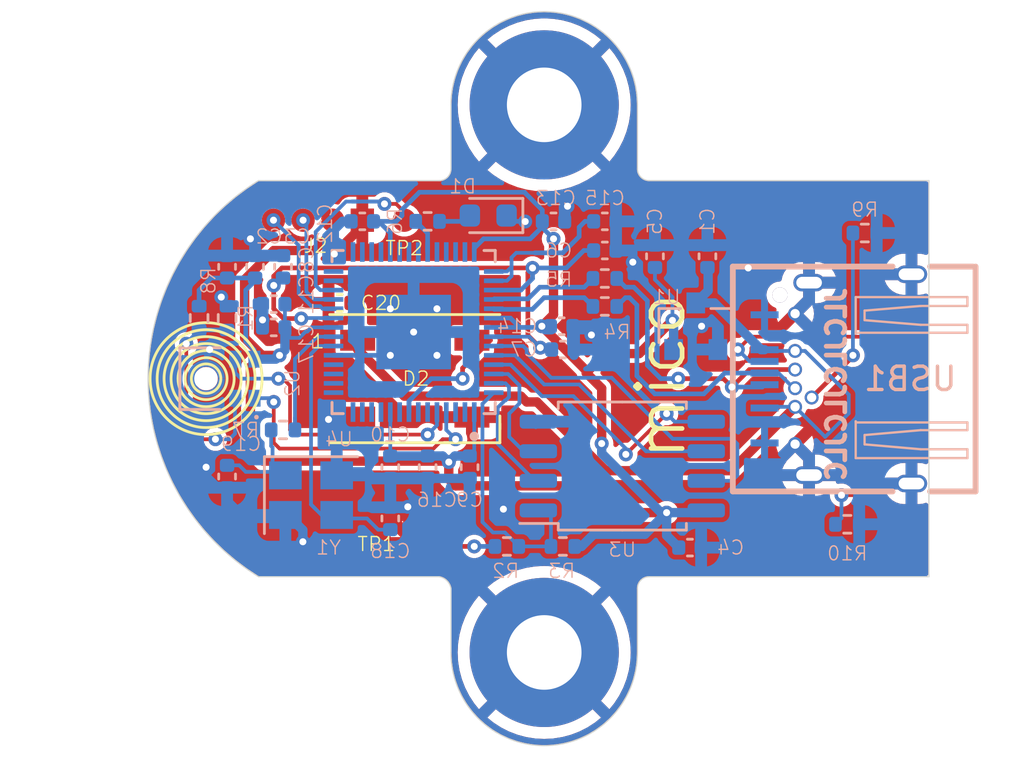
<source format=kicad_pcb>
(kicad_pcb (version 20221018) (generator pcbnew)
  (layers (0 "F.Cu" signal) (31 "B.Cu" signal) (34 "B.Paste" user) (35 "F.Paste" user) (36 "B.SilkS" user "B.Silkscreen") (37 "F.SilkS" user "F.Silkscreen") (38 "B.Mask" user) (39 "F.Mask" user) (44 "Edge.Cuts" user))
  (net 0 "")
  (net 1 "VBUS")
  (net 2 "GND")
  (net 3 "+3V3")
  (net 4 "+1V1")
  (net 5 "/XIN")
  (net 6 "Net-(C19-Pad2)")
  (net 7 "Net-(D1-A)")
  (net 8 "/SWDCLK")
  (net 9 "/SWDIO")
  (net 10 "/MIC_L\\R")
  (net 11 "/USB_BOOT")
  (net 12 "/QSPI_SS")
  (net 13 "/RED_LED")
  (net 14 "/XOUT")
  (net 15 "/RP_RUN")
  (net 16 "/MIC_DOUT")
  (net 17 "/MIC_CLK")
  (net 18 "/QSPI_SD1")
  (net 19 "/QSPI_SD2")
  (net 20 "/QSPI_SD0")
  (net 21 "/QSPI_SCLK")
  (net 22 "/QSPI_SD3")
  (net 23 "/USB-D_N")
  (net 24 "/USB-D_P")
  (net 25 "/USB0-D_N")
  (net 26 "/USB0-D_P")
  (net 27 "Net-(USB1-CC2)")
  (net 28 "Net-(USB1-CC1)")
  (net 56 "/NEOPIXEL_DIN")
  (footprint "mico:SMD_1x04_P1.27mm" (layer "F.Cu") (at 128.2 105.2 -90)
    (fp_text reference "J2")
    (fp_text value "SWD Prog")
  )
  (footprint "mico:SMD_1x01_P1.27mm" (layer "F.Cu") (at 130 105.2 -90)
    (fp_text reference "TP2")
    (fp_text value "TestPoint")
  )
  (footprint "mico:SMD_1x02_P1.27mm" (layer "F.Cu") (at 130.4 119 90)
    (fp_text reference "TP1")
    (fp_text value "TestPoint_2Pole")
  )
  (footprint "LED_SMD:LED_WS2812B_PLCC4_5.0x5.0mm_P3.2mm" (layer "F.Cu") (at 130.45 112)
    (fp_text reference "D2")
    (fp_text value "WS2812B")
  )
  (footprint "Capacitor_SMD:C_0402_1005Metric" (layer "F.Cu") (at 127.23 108.75 180)
    (fp_text reference "C20")
    (fp_text value "0.1uF")
  )
  (footprint "MountingHole:MountingHole_3.2mm_M3_Pad" (layer "F.Cu") (at 136 100.25)
    (fp_text reference "H1" hide)
    (fp_text value "MountingHole_Pad")
  )
  (footprint "MountingHole:MountingHole_3.2mm_M3_Pad" (layer "F.Cu") (at 136 123.75)
    (fp_text reference "H2" hide)
    (fp_text value "MountingHole_Pad")
  )
  (footprint "mico:QFN40P700X700X90-57N" (layer "B.Cu") (at 130.4 110 90)
    (fp_text reference "U4")
    (fp_text value "RP2040")
  )
  (footprint "Package_TO_SOT_SMD:SOT-23" (layer "B.Cu") (at 142.5 109.75 90)
    (fp_text reference "U1")
    (fp_text value "MCP1702")
  )
  (footprint "Capacitor_SMD:C_0402_1005Metric" (layer "B.Cu") (at 140.75 106.75 90)
    (fp_text reference "C5")
    (fp_text value "10uF")
  )
  (footprint "Resistor_SMD:R_0402_1005Metric" (layer "B.Cu") (at 121.2 109.4 -90)
    (fp_text reference "R8")
    (fp_text value "10K")
  )
  (footprint "Resistor_SMD:R_0402_1005Metric" (layer "B.Cu") (at 134.4 119.2 180)
    (fp_text reference "R2")
    (fp_text value "1K")
  )
  (footprint "Capacitor_SMD:C_0402_1005Metric" (layer "B.Cu") (at 136.75 109.75)
    (fp_text reference "C14")
    (fp_text value "0.1uF")
  )
  (footprint "Capacitor_SMD:C_0402_1005Metric" (layer "B.Cu") (at 131 115.8 -90)
    (fp_text reference "C16")
    (fp_text value "0.1uF")
  )
  (footprint "Capacitor_SMD:C_0402_1005Metric" (layer "B.Cu") (at 136.8 110.75)
    (fp_text reference "C7")
    (fp_text value "0.1uF")
  )
  (footprint "Package_SO:SOIC-8_5.275x5.275mm_P1.27mm" (layer "B.Cu") (at 139.35 115.75)
    (fp_text reference "U3")
    (fp_text value "W25Q128JV")
  )
  (footprint "Capacitor_SMD:C_0402_1005Metric" (layer "B.Cu") (at 123.6 107.2 -90)
    (fp_text reference "C3")
    (fp_text value "1uF")
  )
  (footprint "Capacitor_SMD:C_0402_1005Metric" (layer "B.Cu") (at 122.4 107.2 -90)
    (fp_text reference "C2")
    (fp_text value "0.1uF")
  )
  (footprint "Crystal:Crystal_SMD_3225-4Pin_3.2x2.5mm" (layer "B.Cu") (at 126 117)
    (fp_text reference "Y1")
    (fp_text value "H130B-12.000-20-3050-EXT-TR")
  )
  (footprint "Capacitor_SMD:C_0402_1005Metric" (layer "B.Cu") (at 136.4 105.25)
    (fp_text reference "C13")
    (fp_text value "0.1uF")
  )
  (footprint "Capacitor_SMD:C_0402_1005Metric" (layer "B.Cu") (at 124.8 107.2 90)
    (fp_text reference "C8")
    (fp_text value "1uF")
  )
  (footprint "Capacitor_SMD:C_0402_1005Metric" (layer "B.Cu") (at 143 106.75 90)
    (fp_text reference "C1")
    (fp_text value "10uF")
  )
  (footprint "Capacitor_SMD:C_0402_1005Metric" (layer "B.Cu") (at 128.2 105.25 180)
    (fp_text reference "C12")
    (fp_text value "0.1uF")
  )
  (footprint "Resistor_SMD:R_0402_1005Metric" (layer "B.Cu") (at 124.8 114.2 180)
    (fp_text reference "R7")
    (fp_text value "1K")
  )
  (footprint "Capacitor_SMD:C_0402_1005Metric" (layer "B.Cu") (at 124.4 108.8 180)
    (fp_text reference "C11")
    (fp_text value "0.1uF")
  )
  (footprint "Capacitor_SMD:C_0402_1005Metric" (layer "B.Cu") (at 132.8 115.8 -90)
    (fp_text reference "C9")
    (fp_text value "1uF")
  )
  (footprint "Capacitor_SMD:C_0402_1005Metric" (layer "B.Cu") (at 138.6 106.5)
    (fp_text reference "C6")
    (fp_text value "0.1uF")
  )
  (footprint "Resistor_SMD:R_0402_1005Metric" (layer "B.Cu") (at 136.8 119.2 180)
    (fp_text reference "R3")
    (fp_text value "10K")
  )
  (footprint "Capacitor_SMD:C_0402_1005Metric" (layer "B.Cu") (at 129.4 115.8 -90)
    (fp_text reference "C10")
    (fp_text value "0.1uF")
  )
  (footprint "Capacitor_SMD:C_0402_1005Metric" (layer "B.Cu") (at 124.4 109.8 180)
    (fp_text reference "C17")
    (fp_text value "10uF")
  )
  (footprint "Resistor_SMD:R_0402_1005Metric" (layer "B.Cu") (at 122.4 109.4 90)
    (fp_text reference "R1")
    (fp_text value "10K")
  )
  (footprint "Resistor_SMD:R_0402_1005Metric" (layer "B.Cu") (at 131 105.25 180)
    (fp_text reference "R6")
    (fp_text value "470R")
  )
  (footprint "Capacitor_SMD:C_0402_1005Metric" (layer "B.Cu") (at 142.25 119.25)
    (fp_text reference "C4")
    (fp_text value "0.1uF")
  )
  (footprint "Capacitor_SMD:C_0402_1005Metric" (layer "B.Cu") (at 129.4 118 -90)
    (fp_text reference "C18")
    (fp_text value "27pF")
  )
  (footprint "Capacitor_SMD:C_0402_1005Metric" (layer "B.Cu") (at 122.4 116.2 90)
    (fp_text reference "C19")
    (fp_text value "27pF")
  )
  (footprint "LED_SMD:LED_0603_1608Metric" (layer "B.Cu") (at 133.6 105 180)
    (fp_text reference "D1")
    (fp_text value "~")
  )
  (footprint "Resistor_SMD:R_0402_1005Metric" (layer "B.Cu") (at 138.6 107.7)
    (fp_text reference "R5")
    (fp_text value "27R")
  )
  (footprint "Resistor_SMD:R_0402_1005Metric" (layer "B.Cu") (at 138.6 108.9)
    (fp_text reference "R4")
    (fp_text value "27R")
  )
  (footprint "Capacitor_SMD:C_0402_1005Metric" (layer "B.Cu") (at 138.6 105.25)
    (fp_text reference "C15")
    (fp_text value "0.1uF")
  )
  (footprint "mico:MIC_SPH0641LU4H-1" (layer "B.Cu") (at 121.5 112 90)
    (fp_text reference "U2")
    (fp_text value "MP23DB01HPTR")
  )
  (footprint "usbc:USB-TYPE-C-TH_USB-306B" (layer "B.Cu") (at 148.6 112.01 -90)
    (fp_text reference "USB1")
    (fp_text value "USB-306B")
  )
  (footprint "Resistor_SMD:R_0402_1005Metric" (layer "B.Cu") (at 149.75 105.75)
    (fp_text reference "R9")
    (fp_text value "5.1k")
  )
  (footprint "Resistor_SMD:R_0402_1005Metric" (layer "B.Cu") (at 149 118.25 180)
    (fp_text reference "R10")
    (fp_text value "5.1k")
  )
  (gr_circle (center 121.5 112) (end 123.3 111.9) (stroke (width 0.12)) (fill none) (layer "F.SilkS"))
  (gr_circle (center 121.5 112) (end 123 111.9) (stroke (width 0.12)) (fill none) (layer "F.SilkS"))
  (gr_circle (center 121.5 112) (end 123.6 112) (stroke (width 0.12)) (fill none) (layer "F.SilkS"))
  (gr_circle (center 121.5 112) (end 122.132456 112) (stroke (width 0.12)) (fill none) (layer "F.SilkS"))
  (gr_circle (center 121.5 112) (end 122.7 111.9) (stroke (width 0.12)) (fill none) (layer "F.SilkS"))
  (gr_circle (center 121.5 112) (end 122.4 112) (stroke (width 0.12)) (fill none) (layer "F.SilkS"))
  (gr_circle (center 121.5 112) (end 123.9 112.1) (stroke (width 0.12)) (fill none) (layer "F.SilkS"))
  (gr_line (start 152.5 120.5) (end 152.5 103.5) (stroke (width 0.05)) (layer "Edge.Cuts"))
  (gr_arc (start 140 121) (mid 140.146447 120.646447) (end 140.5 120.5) (stroke (width 0.05)) (layer "Edge.Cuts"))
  (gr_line (start 140 123.75) (end 140 121) (stroke (width 0.05)) (layer "Edge.Cuts"))
  (gr_arc (start 140.5 103.5) (mid 140.146447 103.353553) (end 140 103) (stroke (width 0.05)) (layer "Edge.Cuts"))
  (gr_line (start 140 103) (end 140 100.25) (stroke (width 0.05)) (layer "Edge.Cuts"))
  (gr_arc (start 140 123.75) (mid 136 127.75) (end 132 123.75) (stroke (width 0.05)) (layer "Edge.Cuts"))
  (gr_line (start 140.5 120.5) (end 152.5 120.5) (stroke (width 0.05)) (layer "Edge.Cuts"))
  (gr_arc (start 132 103) (mid 131.853553 103.353553) (end 131.5 103.5) (stroke (width 0.05)) (layer "Edge.Cuts"))
  (gr_line (start 132 121) (end 132 123.75) (stroke (width 0.05)) (layer "Edge.Cuts"))
  (gr_arc (start 123.75 120.499999) (mid 119.009381 112.002478) (end 123.745784 103.502606) (stroke (width 0.05)) (layer "Edge.Cuts"))
  (gr_arc (start 131.5 120.500001) (mid 131.829459 120.670541) (end 131.999999 121) (stroke (width 0.05)) (layer "Edge.Cuts"))
  (gr_line (start 152.5 103.5) (end 140.5 103.5) (stroke (width 0.05)) (layer "Edge.Cuts"))
  (gr_line (start 131.5 120.5) (end 123.75 120.499999) (stroke (width 0.05)) (layer "Edge.Cuts"))
  (gr_line (start 132 100.25) (end 132 103) (stroke (width 0.05)) (layer "Edge.Cuts"))
  (gr_line (start 131.5 103.5) (end 123.745784 103.502606) (stroke (width 0.05)) (layer "Edge.Cuts"))
  (gr_arc (start 132 100.25) (mid 136 96.25) (end 140 100.25) (stroke (width 0.05)) (layer "Edge.Cuts"))
  (gr_text "JLCJLCJLCJLC" (at 149 108 90) (layer "B.SilkS") (effects (font (size 0.8 0.8) (thickness 0.2) bold) (justify left bottom mirror)))
  (gr_text "mico" (at 141 111.9 90) (layer "F.SilkS") (effects (font (size 2 2) (thickness 0.2))))
  (segment (start 135.689806 113) (end 138.639806 115.95) (width 0.4) (layer "F.Cu") (net 1))
  (segment (start 128 110.75) (end 130 112.75) (width 0.4) (layer "F.Cu") (net 1))
  (segment (start 135 112.75) (end 135.25 113) (width 0.4) (layer "F.Cu") (net 1))
  (segment (start 128 110.35) (end 128 110.75) (width 0.4) (layer "F.Cu") (net 1))
  (segment (start 146.76 110.76) (end 146.75 110.75) (width 0.16) (layer "F.Cu") (net 1))
  (segment (start 130 112.75) (end 135 112.75) (width 0.4) (layer "F.Cu") (net 1))
  (segment (start 135.25 113) (end 135.689806 113) (width 0.4) (layer "F.Cu") (net 1))
  (segment (start 128 108.98) (end 127.75 108.73) (width 0.4) (layer "F.Cu") (net 1))
  (segment (start 138.639806 115.95) (end 144.02 115.95) (width 0.4) (layer "F.Cu") (net 1))
  (segment (start 144.02 115.95) (end 146.76 113.21) (width 0.4) (layer "F.Cu") (net 1))
  (segment (start 127.65 110.35) (end 128 110.35) (width 0.4) (layer "F.Cu") (net 1))
  (segment (start 128 110.35) (end 128 108.98) (width 0.4) (layer "F.Cu") (net 1))
  (segment (start 143.03 108.22) (end 143.03 107.35) (width 0.4) (layer "B.Cu") (net 1))
  (segment (start 145.5 110.81) (end 145.45 110.76) (width 0.16) (layer "B.Cu") (net 1))
  (segment (start 148.05 114.5) (end 149.062132 113.487868) (width 0.16) (layer "B.Cu") (net 1))
  (segment (start 147.184264 110.81) (end 146.76 110.81) (width 0.16) (layer "B.Cu") (net 1))
  (segment (start 146.76 113.21) (end 148.05 114.5) (width 0.16) (layer "B.Cu") (net 1))
  (segment (start 146.76 110.81) (end 145.5 110.81) (width 0.16) (layer "B.Cu") (net 1))
  (segment (start 143.3 108.75) (end 145.306 110.756) (width 0.4) (layer "B.Cu") (net 1))
  (segment (start 149.062132 113.487868) (end 149.062132 112.687868) (width 0.16) (layer "B.Cu") (net 1))
  (segment (start 142.5 108.75) (end 143.3 108.75) (width 0.4) (layer "B.Cu") (net 1))
  (segment (start 146.71 110.76) (end 146.76 110.81) (width 0.16) (layer "B.Cu") (net 1))
  (segment (start 142.5 108.75) (end 143.03 108.22) (width 0.4) (layer "B.Cu") (net 1))
  (segment (start 145.306 110.756) (end 145.45 110.756) (width 0.4) (layer "B.Cu") (net 1))
  (segment (start 146.76 113.21) (end 145.5 113.21) (width 0.16) (layer "B.Cu") (net 1))
  (segment (start 145.5 113.21) (end 145.45 113.26) (width 0.16) (layer "B.Cu") (net 1))
  (segment (start 149.062132 112.687868) (end 147.184264 110.81) (width 0.16) (layer "B.Cu") (net 1))
  (segment (start 122.7 111.8) (end 121.65 110.75) (width 0.4) (layer "F.Cu") (net 2))
  (segment (start 135.186001 104.713999) (end 135.3 104.6) (width 0.4) (layer "F.Cu") (net 2))
  (segment (start 122.15 108.5) (end 122.15 107.25) (width 0.4) (layer "F.Cu") (net 2))
  (segment (start 130.15 117.5) (end 130.15 118.75) (width 0.4) (layer "F.Cu") (net 2))
  (segment (start 123.92 109.48) (end 123.92 109.82) (width 0.4) (layer "F.Cu") (net 2))
  (segment (start 127 106.65) (end 128.2 105.45) (width 0.4) (layer "F.Cu") (net 2))
  (segment (start 122.15 108.5) (end 122.15 110.5) (width 0.4) (layer "F.Cu") (net 2))
  (segment (start 122.7 115.6) (end 122.7 111.8) (width 0.4) (layer "F.Cu") (net 2))
  (segment (start 135.3 104.6) (end 137 104.6) (width 0.4) (layer "F.Cu") (net 2))
  (segment (start 122.15 107.25) (end 123.4 106) (width 0.4) (layer "F.Cu") (net 2))
  (segment (start 130.15 118.75) (end 130.4 119) (width 0.4) (layer "F.Cu") (net 2))
  (segment (start 121.5 115.8) (end 122.5 115.8) (width 0.4) (layer "F.Cu") (net 2))
  (segment (start 122.5 115.8) (end 122.7 115.6) (width 0.4) (layer "F.Cu") (net 2))
  (segment (start 128.2 105.2) (end 128.2 105.55) (width 0.4) (layer "F.Cu") (net 2))
  (segment (start 130.25 117.4) (end 130.15 117.5) (width 0.4) (layer "F.Cu") (net 2))
  (segment (start 121.9 110.75) (end 122.15 110.5) (width 0.4) (layer "F.Cu") (net 2))
  (segment (start 128.2 105.45) (end 128.2 105.2) (width 0.4) (layer "F.Cu") (net 2))
  (segment (start 135.186001 105.256641) (end 135.186001 104.713999) (width 0.4) (layer "F.Cu") (net 2))
  (segment (start 121.65 110.75) (end 121.9 110.75) (width 0.4) (layer "F.Cu") (net 2))
  (segment (start 130.4 119) (end 125.65 119) (width 0.4) (layer "F.Cu") (net 2))
  (via (at 138.025 110.125) (size 0.6) (drill 0.3) (layers "F.Cu" "B.Cu") (net 2))
  (via (at 135.186001 105.256641) (size 0.6) (drill 0.3) (layers "F.Cu" "B.Cu") (net 2))
  (via (at 122.15 108.5) (size 0.6) (drill 0.3) (layers "F.Cu" "B.Cu") (net 2))
  (via (at 126.75 113.75) (size 0.6) (drill 0.3) (layers "F.Cu" "B.Cu") (net 2))
  (via (at 131.4 111) (size 0.6) (drill 0.3) (layers "F.Cu" "B.Cu") (net 2))
  (via (at 127 106.65) (size 0.6) (drill 0.3) (layers "F.Cu" "B.Cu") (net 2))
  (via (at 130.15 117.5) (size 0.6) (drill 0.3) (layers "F.Cu" "B.Cu") (net 2))
  (via (at 131.4 109) (size 0.6) (drill 0.3) (layers "F.Cu" "B.Cu") (net 2))
  (via (at 137 104.6) (size 0.6) (drill 0.3) (layers "F.Cu" "B.Cu") (net 2))
  (via (at 123.4 106) (size 0.6) (drill 0.3) (layers "F.Cu" "B.Cu") (net 2))
  (via (at 123.92 109.48) (size 0.6) (drill 0.3) (layers "F.Cu" "B.Cu") (net 2))
  (via (at 121.65 110.75) (size 0.6) (drill 0.3) (layers "F.Cu" "B.Cu") (net 2))
  (via (at 129.4 109) (size 0.6) (drill 0.3) (layers "F.Cu" "B.Cu") (net 2))
  (via (at 134.25 117.6) (size 0.6) (drill 0.3) (layers "F.Cu" "B.Cu") (net 2))
  (via (at 121.5 115.8) (size 0.6) (drill 0.3) (layers "F.Cu" "B.Cu") (net 2))
  (via (at 139.8 107) (size 0.6) (drill 0.3) (layers "F.Cu" "B.Cu") (net 2))
  (via (at 144.75 107.25) (size 0.6) (drill 0.3) (layers "F.Cu" "B.Cu") (net 2))
  (via (at 125.65 119) (size 0.6) (drill 0.3) (layers "F.Cu" "B.Cu") (net 2))
  (via (at 129.4 111) (size 0.6) (drill 0.3) (layers "F.Cu" "B.Cu") (net 2))
  (via (at 130.4 110) (size 0.6) (drill 0.3) (layers "F.Cu" "B.Cu") (net 2))
  (via (at 142.75 109.75) (size 0.6) (drill 0.3) (layers "F.Cu" "B.Cu") (net 2))
  (segment (start 138.025 110.125) (end 137.9 110) (width 0.4) (layer "B.Cu") (net 2))
  (segment (start 121.5125 111.34375) (end 121.5125 110.8875) (width 0.2) (layer "B.Cu") (net 2))
  (segment (start 139.08 105.25) (end 139.08 106.5) (width 0.4) (layer "B.Cu") (net 2))
  (segment (start 124.35 118) (end 125.15 118) (width 0.4) (layer "B.Cu") (net 2))
  (segment (start 134.25 117.6) (end 134.43 117.42) (width 0.16) (layer "B.Cu") (net 2))
  (segment (start 125.65 118.5) (end 125.65 119) (width 0.4) (layer "B.Cu") (net 2))
  (segment (start 123.92 109.48) (end 123.92 109.8) (width 0.4) (layer "B.Cu") (net 2))
  (segment (start 123.15 118) (end 122.4 117.25) (width 0.4) (layer "B.Cu") (net 2))
  (segment (start 127 105.6) (end 127.35 105.25) (width 0.4) (layer "B.Cu") (net 2))
  (segment (start 122.4 117.25) (end 122.4 116.68) (width 0.4) (layer "B.Cu") (net 2))
  (segment (start 129.4 116.28) (end 131 116.28) (width 0.4) (layer "B.Cu") (net 2))
  (segment (start 124.35 118) (end 123.15 118) (width 0.4) (layer "B.Cu") (net 2))
  (segment (start 126.965 111) (end 129.4 111) (width 0.2) (layer "B.Cu") (net 2))
  (segment (start 127.35 105.25) (end 127.72 105.25) (width 0.4) (layer "B.Cu") (net 2))
  (segment (start 129.4 111) (end 130.4 110) (width 0.2) (layer "B.Cu") (net 2))
  (segment (start 137.28 109.9) (end 137.8 109.9) (width 0.4) (layer "B.Cu") (net 2))
  (segment (start 136.88 104.72) (end 137 104.6) (width 0.4) (layer "B.Cu") (net 2))
  (segment (start 122.4 108.75) (end 122.15 108.5) (width 0.2) (layer "B.Cu") (net 2))
  (segment (start 123.6 106.72) (end 123.6 106.2) (width 0.4) (layer "B.Cu") (net 2))
  (segment (start 121.5125 110.8875) (end 121.65 110.75) (width 0.2) (layer "B.Cu") (net 2))
  (segment (start 123.6 106.2) (end 123.4 106) (width 0.4) (layer "B.Cu") (net 2))
  (segment (start 137.8 109.9) (end 138.025 110.125) (width 0.4) (layer "B.Cu") (net 2))
  (segment (start 139.8 107) (end 139.8 106.6) (width 0.4) (layer "B.Cu") (net 2))
  (segment (start 122.4 116.68) (end 121.98 116.68) (width 0.4) (layer "B.Cu") (net 2))
  (segment (start 128.68 116.28) (end 129.4 116.28) (width 0.4) (layer "B.Cu") (net 2))
  (segment (start 130.13 117.52) (end 130.15 117.5) (width 0.4) (layer "B.Cu") (net 2))
  (segment (start 123.92 108.8) (end 123.92 109.48) (width 0.4) (layer "B.Cu") (net 2))
  (segment (start 121.5 116.2) (end 121.5 115.8) (width 0.4) (layer "B.Cu") (net 2))
  (segment (start 127.65 116) (end 128.4 116) (width 0.4) (layer "B.Cu") (net 2))
  (segment (start 134.085 105.25) (end 135.17936 105.25) (width 0.2) (layer "B.Cu") (net 2))
  (segment (start 135.17936 105.25) (end 135.186001 105.256641) (width 0.2) (layer "B.Cu") (net 2))
  (segment (start 122.4 106.72) (end 124.8 106.72) (width 0.4) (layer "B.Cu") (net 2))
  (segment (start 139.7 106.5) (end 139.8 106.6) (width 0.4) (layer "B.Cu") (net 2))
  (segment (start 139.08 106.5) (end 139.7 106.5) (width 0.4) (layer "B.Cu") (net 2))
  (segment (start 137.28 109.9) (end 137.28 111) (width 0.4) (layer "B.Cu") (net 2))
  (segment (start 136.88 105.25) (end 136.88 104.72) (width 0.4) (layer "B.Cu") (net 2))
  (segment (start 132.8 116.28) (end 131 116.28) (width 0.4) (layer "B.Cu") (net 2))
  (segment (start 135.640041 114.084959) (end 135.640041 113.959959) (width 0.16) (layer "B.Cu") (net 2))
  (segment (start 122.4 108.89) (end 122.4 108.75) (width 0.2) (layer "B.Cu") (net 2))
  (segment (start 125.15 118) (end 125.65 118.5) (width 0.4) (layer "B.Cu") (net 2))
  (segment (start 127 106.65) (end 127 105.6) (width 0.4) (layer "B.Cu") (net 2))
  (segment (start 129.4 117.52) (end 130.13 117.52) (width 0.4) (layer "B.Cu") (net 2))
  (segment (start 128.4 116) (end 128.68 116.28) (width 0.4) (layer "B.Cu") (net 2))
  (segment (start 121.98 116.68) (end 121.5 116.2) (width 0.4) (layer "B.Cu") (net 2))
  (segment (start 123.4 111.5) (end 123.9 111) (width 0.4) (layer "F.Cu") (net 3))
  (segment (start 123.4 115) (end 123.4 111.5) (width 0.4) (layer "F.Cu") (net 3))
  (segment (start 137.8 111.75) (end 138.464878 112.414878) (width 0.4) (layer "F.Cu") (net 3))
  (segment (start 138.464878 112.414878) (end 138.464878 114.785122) (width 0.4) (layer "F.Cu") (net 3))
  (segment (start 138.55 117.75) (end 141.25 117.75) (width 0.4) (layer "F.Cu") (net 3))
  (segment (start 123.93933 115.53933) (end 123.4 115) (width 0.4) (layer "F.Cu") (net 3))
  (segment (start 141.5 109.5) (end 140.075 110.925) (width 0.4) (layer "F.Cu") (net 3))
  (segment (start 136.4 106) (end 136.4 109.25) (width 0.4) (layer "F.Cu") (net 3))
  (segment (start 136.4 109.25) (end 135.9 109.75) (width 0.4) (layer "F.Cu") (net 3))
  (segment (start 132.2 116.6) (end 137.4 116.6) (width 0.4) (layer "F.Cu") (net 3))
  (segment (start 135.9 109.75) (end 137.8 111.65) (width 0.4) (layer "F.Cu") (net 3))
  (segment (start 123.15 107.75) (end 123.15 110.25) (width 0.4) (layer "F.Cu") (net 3))
  (segment (start 126.93 105.2) (end 126.93 105.72) (width 0.4) (layer "F.Cu") (net 3))
  (segment (start 131.907866 115.58) (end 131.867196 115.53933) (width 0.4) (layer "F.Cu") (net 3))
  (segment (start 140.075 110.925) (end 138.625 110.925) (width 0.4) (layer "F.Cu") (net 3))
  (segment (start 137.8 111.65) (end 137.8 111.75) (width 0.4) (layer "F.Cu") (net 3))
  (segment (start 131.907866 115.58) (end 131.907866 116.307866) (width 0.4) (layer "F.Cu") (net 3))
  (segment (start 131.867196 115.53933) (end 123.93933 115.53933) (width 0.4) (layer "F.Cu") (net 3))
  (segment (start 126.15 106.5) (end 124.4 106.5) (width 0.4) (layer "F.Cu") (net 3))
  (segment (start 126.93 105.72) (end 126.15 106.5) (width 0.4) (layer "F.Cu") (net 3))
  (segment (start 138.625 110.925) (end 137.8 111.75) (width 0.4) (layer "F.Cu") (net 3))
  (segment (start 123.15 110.25) (end 123.9 111) (width 0.4) (layer "F.Cu") (net 3))
  (segment (start 124.4 106.5) (end 123.15 107.75) (width 0.4) (layer "F.Cu") (net 3))
  (segment (start 131.907866 116.307866) (end 132.2 116.6) (width 0.4) (layer "F.Cu") (net 3))
  (segment (start 137.4 116.6) (end 138.55 117.75) (width 0.4) (layer "F.Cu") (net 3))
  (segment (start 124.65 111) (end 123.9 111) (width 0.4) (layer "F.Cu") (net 3))
  (via (at 141.25 117.75) (size 0.6) (drill 0.3) (layers "F.Cu" "B.Cu") (net 3))
  (via (at 124.65 111) (size 0.6) (drill 0.3) (layers "F.Cu" "B.Cu") (net 3))
  (via (at 136.4 106) (size 0.6) (drill 0.3) (layers "F.Cu" "B.Cu") (net 3))
  (via (at 131.907866 115.58) (size 0.6) (drill 0.3) (layers "F.Cu" "B.Cu") (net 3))
  (via (at 138.464878 114.785122) (size 0.6) (drill 0.3) (layers "F.Cu" "B.Cu") (net 3))
  (via (at 135.9 109.75) (size 0.6) (drill 0.3) (layers "F.Cu" "B.Cu") (net 3))
  (via (at 141.5 109.5) (size 0.6) (drill 0.3) (layers "F.Cu" "B.Cu") (net 3))
  (segment (start 131.647866 115.32) (end 131 115.32) (width 0.4) (layer "B.Cu") (net 3))
  (segment (start 125.77 109.98) (end 125.840244 109.98) (width 0.16) (layer "B.Cu") (net 3))
  (segment (start 140.75 107.75) (end 141.5 108.5) (width 0.16) (layer "B.Cu") (net 3))
  (segment (start 137.5 105.5) (end 137.5 105.9) (width 0.2) (layer "B.Cu") (net 3))
  (segment (start 134.55 109.4) (end 134.95 109.8) (width 0.2) (layer "B.Cu") (net 3))
  (segment (start 122.4 107.68) (end 123.6 107.68) (width 0.2) (layer "B.Cu") (net 3))
  (segment (start 136.32 110) (end 136.15 110) (width 0.2) (layer "B.Cu") (net 3))
  (segment (start 129.4 115.32) (end 129.4 113.435) (width 0.16) (layer "B.Cu") (net 3))
  (segment (start 138.12 105.25) (end 137.75 105.25) (width 0.2) (layer "B.Cu") (net 3))
  (segment (start 138.12 118.68) (end 140.32 118.68) (width 0.4) (layer "B.Cu") (net 3))
  (segment (start 125.13 110.25) (end 125.5 110.25) (width 0.16) (layer "B.Cu") (net 3))
  (segment (start 143.155 117.75) (end 143.25 117.655) (width 0.4) (layer "B.Cu") (net 3))
  (segment (start 133.835 107.8) (end 134.4 107.8) (width 0.16) (layer "B.Cu") (net 3))
  (segment (start 123.5614 111.162253) (end 124.487747 111.162253) (width 0.4) (layer "B.Cu") (net 3))
  (segment (start 133 106.4) (end 133 106.565) (width 0.2) (layer "B.Cu") (net 3))
  (segment (start 121.2 108.89) (end 121.2 108.2) (width 0.2) (layer "B.Cu") (net 3))
  (segment (start 123.6 107.8) (end 123.2 108.2) (width 0.2) (layer "B.Cu") (net 3))
  (segment (start 135.15 104) (end 135.92 104.77) (width 0.2) (layer "B.Cu") (net 3))
  (segment (start 128.9 105.25) (end 128.68 105.25) (width 0.2) (layer "B.Cu") (net 3))
  (segment (start 129.4 105.75) (end 128.9 105.25) (width 0.2) (layer "B.Cu") (net 3))
  (segment (start 126.020244 109.8) (end 126.965 109.8) (width 0.16) (layer "B.Cu") (net 3))
  (segment (start 124.88 110) (end 124.88 110.77) (width 0.4) (layer "B.Cu") (net 3))
  (segment (start 131.907866 115.58) (end 132.167866 115.32) (width 0.4) (layer "B.Cu") (net 3))
  (segment (start 141.55 109.55) (end 141.5 109.5) (width 0.4) (layer "B.Cu") (net 3))
  (segment (start 137.6 119.2) (end 138.12 118.68) (width 0.4) (layer "B.Cu") (net 3))
  (segment (start 135.67 105.73) (end 135.5 105.9) (width 0.2) (layer "B.Cu") (net 3))
  (segment (start 140.75 107.23) (end 140.75 107.75) (width 0.16) (layer "B.Cu") (net 3))
  (segment (start 123.2 108.2) (end 123.2 110.4) (width 0.2) (layer "B.Cu") (net 3))
  (segment (start 135.4 106) (end 133.4 106) (width 0.2) (layer "B.Cu") (net 3))
  (segment (start 134.235 109.8) (end 134.95 109.8) (width 0.2) (layer "B.Cu") (net 3))
  (segment (start 132.167866 115.32) (end 132.8 115.32) (width 0.4) (layer "B.Cu") (net 3))
  (segment (start 141.55 110.75) (end 141.55 109.55) (width 0.4) (layer "B.Cu") (net 3))
  (segment (start 135.92 104.77) (end 135.92 105.25) (width 0.2) (layer "B.Cu") (net 3))
  (segment (start 124.487747 111.162253) (end 124.65 111) (width 0.4) (layer "B.Cu") (net 3))
  (segment (start 123.2 110.4) (end 123.5614 110.7614) (width 0.2) (layer "B.Cu") (net 3))
  (segment (start 129.65 105.25) (end 129.9 105) (width 0.2) (layer "B.Cu") (net 3))
  (segment (start 135.5 105.9) (end 135.4 106) (width 0.2) (layer "B.Cu") (net 3))
  (segment (start 135.85 109.8) (end 135.9 109.75) (width 0.2) (layer "B.Cu") (net 3))
  (segment (start 136.4 106) (end 136.4 106.4) (width 0.2) (layer "B.Cu") (net 3))
  (segment (start 129.9 105) (end 129.9 104.75) (width 0.2) (layer "B.Cu") (net 3))
  (segment (start 133 113.435) (end 133 115.12) (width 0.16) (layer "B.Cu") (net 3))
  (segment (start 135.92 105.25) (end 135.92 105.52) (width 0.2) (layer "B.Cu") (net 3))
  (segment (start 125.08 110) (end 125.08 110.08) (width 0.16) (layer "B.Cu") (net 3))
  (segment (start 138.464878 114.785122) (end 138.464878 115.204828) (width 0.4) (layer "B.Cu") (net 3))
  (segment (start 124.88 110.77) (end 124.65 111) (width 0.4) (layer "B.Cu") (net 3))
  (segment (start 131.907866 115.58) (end 131.647866 115.32) (width 0.4) (layer "B.Cu") (net 3))
  (segment (start 136.8 106.6) (end 136.2 106.6) (width 0.2) (layer "B.Cu") (net 3))
  (segment (start 136.32 109.9) (end 136.05 109.9) (width 0.4) (layer "B.Cu") (net 3))
  (segment (start 123.5614 110.7614) (end 123.5614 111.162253) (width 0.2) (layer "B.Cu") (net 3))
  (segment (start 136.05 109.9) (end 135.9 109.75) (width 0.4) (layer "B.Cu") (net 3))
  (segment (start 123.6 107.68) (end 123.6 107.8) (width 0.2) (layer "B.Cu") (net 3))
  (segment (start 121.2 108.2) (end 121.72 107.68) (width 0.2) (layer "B.Cu") (net 3))
  (segment (start 129.4 106.565) (end 129.4 105.75) (width 0.2) (layer "B.Cu") (net 3))
  (segment (start 125.5 110.25) (end 125.77 109.98) (width 0.16) (layer "B.Cu") (net 3))
  (segment (start 121.72 107.68) (end 122.4 107.68) (width 0.2) (layer "B.Cu") (net 3))
  (segment (start 129.9 104.75) (end 130.65 104) (width 0.2) (layer "B.Cu") (net 3))
  (segment (start 136.2 106.6) (end 135.6 106.6) (width 0.2) (layer "B.Cu") (net 3))
  (segment (start 135.2 109.8) (end 135.85 109.8) (width 0.2) (layer "B.Cu") (net 3))
  (segment (start 141.5 108.5) (end 141.5 109.5) (width 0.16) (layer "B.Cu") (net 3))
  (segment (start 141.25 117.75) (end 141.25 118.73) (width 0.4) (layer "B.Cu") (net 3))
  (segment (start 133.835 107.4) (end 134.4 107.4) (width 0.16) (layer "B.Cu") (net 3))
  (segment (start 133 115.12) (end 132.8 115.32) (width 0.16) (layer "B.Cu") (net 3))
  (segment (start 136.15 110) (end 135.9 109.75) (width 0.2) (layer "B.Cu") (net 3))
  (segment (start 130.65 104) (end 135.15 104) (width 0.2) (layer "B.Cu") (net 3))
  (segment (start 141.25 118.73) (end 141.77 119.25) (width 0.4) (layer "B.Cu") (net 3))
  (segment (start 124.88 110) (end 125.13 110.25) (width 0.16) (layer "B.Cu") (net 3))
  (segment (start 135.92 105.25) (end 135.92 105.48) (width 0.2) (layer "B.Cu") (net 3))
  (segment (start 135.92 105.52) (end 136.4 106) (width 0.2) (layer "B.Cu") (net 3))
  (segment (start 137.75 105.25) (end 137.5 105.5) (width 0.2) (layer "B.Cu") (net 3))
  (segment (start 137.5 105.9) (end 136.8 106.6) (width 0.2) (layer "B.Cu") (net 3))
  (segment (start 125.840244 109.98) (end 126.020244 109.8) (width 0.16) (layer "B.Cu") (net 3))
  (segment (start 140.32 118.68) (end 141.25 117.75) (width 0.4) (layer "B.Cu") (net 3))
  (segment (start 133.4 106) (end 133 106.4) (width 0.2) (layer "B.Cu") (net 3))
  (segment (start 134.4 107.8) (end 134.6 107.6) (width 0.16) (layer "B.Cu") (net 3))
  (segment (start 124.88 110) (end 124.88 108.8) (width 0.16) (layer "B.Cu") (net 3))
  (segment (start 134.6 106.8) (end 134.8 106.6) (width 0.16) (layer "B.Cu") (net 3))
  (segment (start 134.6 107.2) (end 134.6 106.8) (width 0.16) (layer "B.Cu") (net 3))
  (segment (start 135.92 105.48) (end 135.5 105.9) (width 0.2) (layer "B.Cu") (net 3))
  (segment (start 134.6 107.6) (end 134.6 107.2) (width 0.16) (layer "B.Cu") (net 3))
  (segment (start 141.25 117.75) (end 143.155 117.75) (width 0.4) (layer "B.Cu") (net 3))
  (segment (start 133.835 109.4) (end 134.55 109.4) (width 0.2) (layer "B.Cu") (net 3))
  (segment (start 134.4 107.4) (end 134.6 107.2) (width 0.16) (layer "B.Cu") (net 3))
  (segment (start 134.95 109.8) (end 135.2 109.8) (width 0.2) (layer "B.Cu") (net 3))
  (segment (start 128.68 105.25) (end 129.65 105.25) (width 0.2) (layer "B.Cu") (net 3))
  (segment (start 129.4 115.32) (end 131 115.32) (width 0.4) (layer "B.Cu") (net 3))
  (segment (start 138.464878 115.204828) (end 141.01005 117.75) (width 0.4) (layer "B.Cu") (net 3))
  (segment (start 134.8 106.6) (end 135.6 106.6) (width 0.16) (layer "B.Cu") (net 3))
  (segment (start 137.31 119.2) (end 137.6 119.2) (width 0.4) (layer "B.Cu") (net 3))
  (segment (start 136.4 106.4) (end 136.2 106.6) (width 0.2) (layer "B.Cu") (net 3))
  (segment (start 141.01005 117.75) (end 141.25 117.75) (width 0.4) (layer "B.Cu") (net 3))
  (segment (start 125.579045 109.42161) (end 124.82161 109.42161) (width 0.2) (layer "F.Cu") (net 4))
  (segment (start 124.82161 109.42161) (end 124.4 109) (width 0.2) (layer "F.Cu") (net 4))
  (segment (start 135.5 107.25) (end 124.75 107.25) (width 0.2) (layer "F.Cu") (net 4))
  (segment (start 135.830025 110.669975) (end 135.3 110.13995) (width 0.2) (layer "F.Cu") (net 4))
  (segment (start 124.75 107.25) (end 124.4 107.6) (width 0.2) (layer "F.Cu") (net 4))
  (segment (start 135.3 107.45) (end 135.5 107.25) (width 0.2) (layer "F.Cu") (net 4))
  (segment (start 124.4 107.6) (end 124.4 108) (width 0.2) (layer "F.Cu") (net 4))
  (segment (start 135.3 110.13995) (end 135.3 107.45) (width 0.2) (layer "F.Cu") (net 4))
  (segment (start 124.4 109) (end 124.4 108) (width 0.2) (layer "F.Cu") (net 4))
  (via (at 135.830025 110.669975) (size 0.6) (drill 0.3) (layers "F.Cu" "B.Cu") (net 4))
  (via (at 135.5 107.25) (size 0.6) (drill 0.3) (layers "F.Cu" "B.Cu") (net 4))
  (via (at 125.579045 109.42161) (size 0.6) (drill 0.3) (layers "F.Cu" "B.Cu") (net 4))
  (via (at 124.4 108) (size 0.6) (drill 0.3) (layers "F.Cu" "B.Cu") (net 4))
  (segment (start 137.7 106.5) (end 138.12 106.5) (width 0.2) (layer "B.Cu") (net 4))
  (segment (start 135.5 107.25) (end 136.95 107.25) (width 0.2) (layer "B.Cu") (net 4))
  (segment (start 135.36005 110.2) (end 133.835 110.2) (width 0.16) (layer "B.Cu") (net 4))
  (segment (start 124.72 107.68) (end 124.4 108) (width 0.2) (layer "B.Cu") (net 4))
  (segment (start 135.5 107.7) (end 135 108.2) (width 0.2) (layer "B.Cu") (net 4))
  (segment (start 136.239975 110.669975) (end 136.32 110.75) (width 0.2) (layer "B.Cu") (net 4))
  (segment (start 125.600655 109.4) (end 126.965 109.4) (width 0.16) (layer "B.Cu") (net 4))
  (segment (start 124.8 107.68) (end 124.72 107.68) (width 0.2) (layer "B.Cu") (net 4))
  (segment (start 135 108.2) (end 133.835 108.2) (width 0.2) (layer "B.Cu") (net 4))
  (segment (start 135.830025 110.669975) (end 135.983075 110.823025) (width 0.2) (layer "B.Cu") (net 4))
  (segment (start 125.579045 109.42161) (end 125.600655 109.4) (width 0.16) (layer "B.Cu") (net 4))
  (segment (start 135.830025 110.669975) (end 135.36005 110.2) (width 0.16) (layer "B.Cu") (net 4))
  (segment (start 135.5 107.25) (end 135.5 107.7) (width 0.2) (layer "B.Cu") (net 4))
  (segment (start 135.830025 110.669975) (end 136.239975 110.669975) (width 0.2) (layer "B.Cu") (net 4))
  (segment (start 136.95 107.25) (end 137.7 106.5) (width 0.2) (layer "B.Cu") (net 4))
  (segment (start 126 110.933412) (end 126 117.4) (width 0.16) (layer "B.Cu") (net 5))
  (segment (start 127.65 118) (end 126.6 118) (width 0.16) (layer "B.Cu") (net 5))
  (segment (start 128.88 118.48) (end 128.4 118) (width 0.16) (layer "B.Cu") (net 5))
  (segment (start 128.4 118) (end 127.65 118) (width 0.16) (layer "B.Cu") (net 5))
  (segment (start 126 117.4) (end 126.2 117.6) (width 0.16) (layer "B.Cu") (net 5))
  (segment (start 129.4 118.48) (end 128.88 118.48) (width 0.16) (layer "B.Cu") (net 5))
  (segment (start 126.965 110.6) (end 126.333412 110.6) (width 0.16) (layer "B.Cu") (net 5))
  (segment (start 126.333412 110.6) (end 126 110.933412) (width 0.16) (layer "B.Cu") (net 5))
  (segment (start 126.6 118) (end 126 117.4) (width 0.16) (layer "B.Cu") (net 5))
  (segment (start 124.29 114.2) (end 124.29 114.89) (width 0.16) (layer "B.Cu") (net 6))
  (segment (start 124.35 114.95) (end 124.35 116) (width 0.16) (layer "B.Cu") (net 6))
  (segment (start 123.2 116) (end 122.92 115.72) (width 0.16) (layer "B.Cu") (net 6))
  (segment (start 122.92 115.72) (end 122.4 115.72) (width 0.16) (layer "B.Cu") (net 6))
  (segment (start 124.35 116) (end 123.2 116) (width 0.16) (layer "B.Cu") (net 6))
  (segment (start 124.29 114.89) (end 124.35 114.95) (width 0.16) (layer "B.Cu") (net 6))
  (segment (start 131.51 105.25) (end 133.115 105.25) (width 0.2) (layer "B.Cu") (net 7))
  (via (at 124.39 105.2) (size 0.6) (drill 0.3) (layers "F.Cu" "B.Cu") (net 8))
  (segment (start 125.469989 106.279989) (end 125.469989 108.342575) (width 0.16) (layer "B.Cu") (net 8))
  (segment (start 126.5 109) (end 126.965 109) (width 0.16) (layer "B.Cu") (net 8))
  (segment (start 125.469989 108.342575) (end 126.014414 108.887) (width 0.16) (layer "B.Cu") (net 8))
  (segment (start 126.387 108.887) (end 126.5 109) (width 0.16) (layer "B.Cu") (net 8))
  (segment (start 126.014414 108.887) (end 126.387 108.887) (width 0.16) (layer "B.Cu") (net 8))
  (segment (start 124.39 105.2) (end 125.469989 106.279989) (width 0.16) (layer "B.Cu") (net 8))
  (via (at 125.66 105.2) (size 0.6) (drill 0.3) (layers "F.Cu" "B.Cu") (net 9))
  (segment (start 126.965 108.6) (end 126.133294 108.6) (width 0.16) (layer "B.Cu") (net 9))
  (segment (start 125.8 105.34) (end 125.66 105.2) (width 0.16) (layer "B.Cu") (net 9))
  (segment (start 126.133294 108.6) (end 125.8 108.266706) (width 0.16) (layer "B.Cu") (net 9))
  (segment (start 125.8 108.266706) (end 125.8 105.34) (width 0.16) (layer "B.Cu") (net 9))
  (segment (start 120.65 110.5) (end 120.65 114.05) (width 0.16) (layer "F.Cu") (net 10))
  (segment (start 121.2 114.6) (end 120.7 114.1) (width 0.16) (layer "F.Cu") (net 10))
  (segment (start 120.65 114.05) (end 120.7 114.1) (width 0.16) (layer "F.Cu") (net 10))
  (segment (start 121.9 114.6) (end 121.2 114.6) (width 0.16) (layer "F.Cu") (net 10))
  (segment (start 120.7 114.1) (end 121.15 114.55) (width 0.16) (layer "F.Cu") (net 10))
  (via (at 121.9 114.6) (size 0.6) (drill 0.3) (layers "F.Cu" "B.Cu") (net 10))
  (via (at 120.65 110.5) (size 0.6) (drill 0.3) (layers "F.Cu" "B.Cu") (net 10))
  (segment (start 122.5 114.6) (end 122.7394 114.3606) (width 0.16) (layer "B.Cu") (net 10))
  (segment (start 121.2 109.95) (end 120.65 110.5) (width 0.2) (layer "B.Cu") (net 10))
  (segment (start 122.7394 112.837747) (end 122.7394 113.6606) (width 0.16) (layer "B.Cu") (net 10))
  (segment (start 121.2 109.91) (end 121.2 109.95) (width 0.2) (layer "B.Cu") (net 10))
  (segment (start 122.4 109.91) (end 121.2 109.91) (width 0.2) (layer "B.Cu") (net 10))
  (segment (start 122.7394 114.3606) (end 122.7394 113.6606) (width 0.16) (layer "B.Cu") (net 10))
  (segment (start 121.9 114.6) (end 122.5 114.6) (width 0.16) (layer "B.Cu") (net 10))
  (segment (start 131.87 119.2) (end 131.67 119) (width 0.2) (layer "F.Cu") (net 11))
  (segment (start 133 119.2) (end 131.87 119.2) (width 0.2) (layer "F.Cu") (net 11))
  (via (at 133 119.2) (size 0.6) (drill 0.3) (layers "F.Cu" "B.Cu") (net 11))
  (segment (start 133.89 119.2) (end 133 119.2) (width 0.2) (layer "B.Cu") (net 11))
  (segment (start 136.29 117.765) (end 136.4 117.655) (width 0.16) (layer "B.Cu") (net 12))
  (segment (start 133.835 112.6) (end 133.351987 113.083013) (width 0.16) (layer "B.Cu") (net 12))
  (segment (start 133.351987 118.151987) (end 133.8 118.6) (width 0.16) (layer "B.Cu") (net 12))
  (segment (start 136.29 119.2) (end 136.29 117.765) (width 0.16) (layer "B.Cu") (net 12))
  (segment (start 133.351987 113.083013) (end 133.351987 118.151987) (width 0.16) (layer "B.Cu") (net 12))
  (segment (start 134.91 119.2) (end 136.29 119.2) (width 0.16) (layer "B.Cu") (net 12))
  (segment (start 134.31 118.6) (end 134.91 119.2) (width 0.16) (layer "B.Cu") (net 12))
  (segment (start 133.8 118.6) (end 134.31 118.6) (width 0.16) (layer "B.Cu") (net 12))
  (segment (start 131 106.565) (end 131 105.8) (width 0.16) (layer "B.Cu") (net 13))
  (segment (start 131 105.76) (end 130.49 105.25) (width 0.2) (layer "B.Cu") (net 13))
  (segment (start 131 106.565) (end 131 105.76) (width 0.2) (layer "B.Cu") (net 13))
  (segment (start 125.31 111.156706) (end 125.31 113.69) (width 0.16) (layer "B.Cu") (net 14))
  (segment (start 125.31 113.69) (end 125.31 114) (width 0.16) (layer "B.Cu") (net 14))
  (segment (start 126.965 110.2) (end 126.266706 110.2) (width 0.16) (layer "B.Cu") (net 14))
  (segment (start 126.266706 110.2) (end 125.31 111.156706) (width 0.16) (layer "B.Cu") (net 14))
  (segment (start 125.31 114.2) (end 125.31 113.69) (width 0.16) (layer "B.Cu") (net 14))
  (segment (start 130 104.85) (end 129.65 104.5) (width 0.16) (layer "F.Cu") (net 15))
  (segment (start 130 105.2) (end 130 104.85) (width 0.16) (layer "F.Cu") (net 15))
  (segment (start 129.65 104.5) (end 129.15 104.5) (width 0.16) (layer "F.Cu") (net 15))
  (via (at 129.15 104.5) (size 0.6) (drill 0.3) (layers "F.Cu" "B.Cu") (net 15))
  (segment (start 127.5 104.4) (end 128 104.4) (width 0.16) (layer "B.Cu") (net 15))
  (segment (start 129 104.4) (end 128 104.4) (width 0.16) (layer "B.Cu") (net 15))
  (segment (start 128 104.4) (end 127.75 104.4) (width 0.16) (layer "B.Cu") (net 15))
  (segment (start 126.4 108.2) (end 126.2 108) (width 0.16) (layer "B.Cu") (net 15))
  (segment (start 129.05 104.4) (end 129.15 104.5) (width 0.16) (layer "B.Cu") (net 15))
  (segment (start 126.965 108.2) (end 126.4 108.2) (width 0.16) (layer "B.Cu") (net 15))
  (segment (start 126.2 105.7) (end 127.5 104.4) (width 0.16) (layer "B.Cu") (net 15))
  (segment (start 127.75 104.4) (end 129.05 104.4) (width 0.16) (layer "B.Cu") (net 15))
  (segment (start 126.2 108) (end 126.2 105.7) (width 0.16) (layer "B.Cu") (net 15))
  (segment (start 131.65 114.6) (end 132.2 114.6) (width 0.16) (layer "F.Cu") (net 16))
  (segment (start 131.25 115) (end 131.65 114.6) (width 0.16) (layer "F.Cu") (net 16))
  (segment (start 124.65 115) (end 131.25 115) (width 0.16) (layer "F.Cu") (net 16))
  (segment (start 124.4 113) (end 124.4 114.75) (width 0.16) (layer "F.Cu") (net 16))
  (segment (start 124.4 114.75) (end 124.65 115) (width 0.16) (layer "F.Cu") (net 16))
  (via (at 132.2 114.6) (size 0.6) (drill 0.3) (layers "F.Cu" "B.Cu") (net 16))
  (via (at 124.4 113) (size 0.6) (drill 0.3) (layers "F.Cu" "B.Cu") (net 16))
  (segment (start 123.5614 112.837747) (end 124.237747 112.837747) (width 0.16) (layer "B.Cu") (net 16))
  (segment (start 131.8 114.2) (end 131.8 113.435) (width 0.16) (layer "B.Cu") (net 16))
  (segment (start 132.2 114.6) (end 131.8 114.2) (width 0.16) (layer "B.Cu") (net 16))
  (segment (start 124.237747 112.837747) (end 124.4 113) (width 0.16) (layer "B.Cu") (net 16))
  (segment (start 131 114.4) (end 127.2 114.4) (width 0.16) (layer "F.Cu") (net 17))
  (segment (start 125.3 114.4) (end 127.2 114.4) (width 0.16) (layer "F.Cu") (net 17))
  (segment (start 125.1 114.2) (end 125.3 114.4) (width 0.16) (layer "F.Cu") (net 17))
  (segment (start 125.1 112.3) (end 125.1 114.2) (width 0.16) (layer "F.Cu") (net 17))
  (segment (start 124.8 112) (end 124.6 112) (width 0.16) (layer "F.Cu") (net 17))
  (segment (start 125.1 112.3) (end 124.8 112) (width 0.16) (layer "F.Cu") (net 17))
  (via (at 131 114.4) (size 0.6) (drill 0.3) (layers "F.Cu" "B.Cu") (net 17))
  (via (at 124.6 112) (size 0.6) (drill 0.3) (layers "F.Cu" "B.Cu") (net 17))
  (segment (start 122.752 111.1625) (end 122.752 111.752) (width 0.16) (layer "B.Cu") (net 17))
  (segment (start 131.4 114) (end 131 114.4) (width 0.16) (layer "B.Cu") (net 17))
  (segment (start 131.4 113.435) (end 131.4 114) (width 0.16) (layer "B.Cu") (net 17))
  (segment (start 122.752 111.752) (end 123 112) (width 0.16) (layer "B.Cu") (net 17))
  (segment (start 123 112) (end 124.6 112) (width 0.16) (layer "B.Cu") (net 17))
  (segment (start 134.316 112.934) (end 134.006191 113.243809) (width 0.16) (layer "B.Cu") (net 18))
  (segment (start 133.835 112.2) (end 134.33928 112.2) (width 0.16) (layer "B.Cu") (net 18))
  (segment (start 134.489 112.785764) (end 134.340764 112.934) (width 0.16) (layer "B.Cu") (net 18))
  (segment (start 134.340764 112.934) (end 134.316 112.934) (width 0.16) (layer "B.Cu") (net 18))
  (segment (start 134.006191 114.79119) (end 135.600001 116.385) (width 0.16) (layer "B.Cu") (net 18))
  (segment (start 134.33928 112.2) (end 134.489 112.34972) (width 0.16) (layer "B.Cu") (net 18))
  (segment (start 134.006191 113.243809) (end 134.006191 114.79119) (width 0.16) (layer "B.Cu") (net 18))
  (segment (start 135.600001 116.385) (end 136.4 116.385) (width 0.16) (layer "B.Cu") (net 18))
  (segment (start 134.489 112.34972) (end 134.489 112.785764) (width 0.16) (layer "B.Cu") (net 18))
  (segment (start 133.835 111.8) (end 134.448412 111.8) (width 0.16) (layer "B.Cu") (net 19))
  (segment (start 134.936786 113.063214) (end 134.5 113.5) (width 0.16) (layer "B.Cu") (net 19))
  (segment (start 134.448412 111.8) (end 134.936786 112.288374) (width 0.16) (layer "B.Cu") (net 19))
  (segment (start 135.115 115.115) (end 135.75 115.115) (width 0.16) (layer "B.Cu") (net 19))
  (segment (start 134.5 113.5) (end 134.5 114.5) (width 0.16) (layer "B.Cu") (net 19))
  (segment (start 134.5 114.5) (end 135.115 115.115) (width 0.16) (layer "B.Cu") (net 19))
  (segment (start 134.936786 112.288374) (end 134.936786 113.063214) (width 0.16) (layer "B.Cu") (net 19))
  (segment (start 141.25 113.5) (end 139.5 115.25) (width 0.16) (layer "F.Cu") (net 20))
  (via (at 139.5 115.25) (size 0.6) (drill 0.3) (layers "F.Cu" "B.Cu") (net 20))
  (via (at 141.25 113.5) (size 0.6) (drill 0.3) (layers "F.Cu" "B.Cu") (net 20))
  (segment (start 139.5 115) (end 137.25 112.75) (width 0.16) (layer "B.Cu") (net 20))
  (segment (start 139.5 115.25) (end 139.5 115) (width 0.16) (layer "B.Cu") (net 20))
  (segment (start 135.907542 112.75) (end 134.557542 111.4) (width 0.16) (layer "B.Cu") (net 20))
  (segment (start 134.557542 111.4) (end 133.835 111.4) (width 0.16) (layer "B.Cu") (net 20))
  (segment (start 137.25 112.75) (end 135.907542 112.75) (width 0.16) (layer "B.Cu") (net 20))
  (segment (start 141.25 113.5) (end 141.595 113.845) (width 0.16) (layer "B.Cu") (net 20))
  (segment (start 141.595 113.845) (end 143.6 113.845) (width 0.16) (layer "B.Cu") (net 20))
  (segment (start 134.75 111) (end 133.835 111) (width 0.16) (layer "B.Cu") (net 21))
  (segment (start 136 112.25) (end 134.75 111) (width 0.16) (layer "B.Cu") (net 21))
  (segment (start 143.6 115.115) (end 140.365 115.115) (width 0.16) (layer "B.Cu") (net 21))
  (segment (start 137.5 112.25) (end 136 112.25) (width 0.16) (layer "B.Cu") (net 21))
  (segment (start 140.365 115.115) (end 137.5 112.25) (width 0.16) (layer "B.Cu") (net 21))
  (segment (start 138.892756 111.963) (end 141.510756 114.581) (width 0.16) (layer "B.Cu") (net 22))
  (segment (start 136.302806 111.963) (end 138.892756 111.963) (width 0.16) (layer "B.Cu") (net 22))
  (segment (start 133.835 110.6) (end 135.1 110.6) (width 0.16) (layer "B.Cu") (net 22))
  (segment (start 144.284 114.801786) (end 144.284 116.150999) (width 0.16) (layer "B.Cu") (net 22))
  (segment (start 141.510756 114.581) (end 144.063214 114.581) (width 0.16) (layer "B.Cu") (net 22))
  (segment (start 144.063214 114.581) (end 144.284 114.801786) (width 0.16) (layer "B.Cu") (net 22))
  (segment (start 135.25 110.910194) (end 136.302806 111.963) (width 0.16) (layer "B.Cu") (net 22))
  (segment (start 144.284 116.150999) (end 144.049999 116.385) (width 0.16) (layer "B.Cu") (net 22))
  (segment (start 144.049999 116.385) (end 143.25 116.385) (width 0.16) (layer "B.Cu") (net 22))
  (segment (start 135.25 110.75) (end 135.25 110.910194) (width 0.16) (layer "B.Cu") (net 22))
  (segment (start 135.1 110.6) (end 135.25 110.75) (width 0.16) (layer "B.Cu") (net 22))
  (segment (start 133.86 108.575) (end 133.835 108.6) (width 0.2) (layer "B.Cu") (net 23))
  (segment (start 135.8068 108.075) (end 135.3068 108.575) (width 0.2) (layer "B.Cu") (net 23))
  (segment (start 138.09 107.7) (end 137.715 108.075) (width 0.2) (layer "B.Cu") (net 23))
  (segment (start 135.3068 108.575) (end 133.86 108.575) (width 0.2) (layer "B.Cu") (net 23))
  (segment (start 137.715 108.075) (end 135.8068 108.075) (width 0.2) (layer "B.Cu") (net 23))
  (segment (start 138.09 108.9) (end 137.715 108.525) (width 0.2) (layer "B.Cu") (net 24))
  (segment (start 135.9932 108.525) (end 135.4932 109.025) (width 0.2) (layer "B.Cu") (net 24))
  (segment (start 137.715 108.525) (end 135.9932 108.525) (width 0.2) (layer "B.Cu") (net 24))
  (segment (start 133.86 109.025) (end 133.835 109) (width 0.2) (layer "B.Cu") (net 24))
  (segment (start 135.4932 109.025) (end 133.86 109.025) (width 0.2) (layer "B.Cu") (net 24))
  (segment (start 141.75 112) (end 143.689265 112) (width 0.2) (layer "F.Cu") (net 25))
  (segment (start 144.049265 112.36) (end 144.799265 111.61) (width 0.2) (layer "F.Cu") (net 25))
  (segment (start 143.689265 112) (end 144.049265 112.36) (width 0.2) (layer "F.Cu") (net 25))
  (segment (start 144.799265 111.61) (end 146.76 111.61) (width 0.2) (layer "F.Cu") (net 25))
  (via (at 141.75 112) (size 0.6) (drill 0.3) (layers "F.Cu" "B.Cu") (net 25))
  (via (at 144.049265 112.36) (size 0.6) (drill 0.3) (layers "F.Cu" "B.Cu") (net 25))
  (segment (start 139.11 107.7) (end 139.485 108.075) (width 0.2) (layer "B.Cu") (net 25))
  (segment (start 139.842717 108.075) (end 140.425 108.657283) (width 0.2) (layer "B.Cu") (net 25))
  (segment (start 144.049265 112.36) (end 145.35 112.36) (width 0.2) (layer "B.Cu") (net 25))
  (segment (start 140.425 108.657283) (end 140.425 110.025) (width 0.2) (layer "B.Cu") (net 25))
  (segment (start 141 112) (end 141.75 112) (width 0.2) (layer "B.Cu") (net 25))
  (segment (start 145.35 112.36) (end 145.45 112.26) (width 0.2) (layer "B.Cu") (net 25))
  (segment (start 140.425 110.025) (end 140.425 111.425) (width 0.2) (layer "B.Cu") (net 25))
  (segment (start 140.425 111.425) (end 141 112) (width 0.2) (layer "B.Cu") (net 25))
  (segment (start 139.485 108.075) (end 139.842717 108.075) (width 0.2) (layer "B.Cu") (net 25))
  (segment (start 139.656317 108.525) (end 139.975 108.843683) (width 0.2) (layer "B.Cu") (net 26))
  (segment (start 139.485 108.525) (end 139.656317 108.525) (width 0.2) (layer "B.Cu") (net 26))
  (segment (start 139.975 108.843683) (end 139.975 111.883162) (width 0.2) (layer "B.Cu") (net 26))
  (segment (start 143.75 111.75) (end 143.76 111.76) (width 0.2) (layer "B.Cu") (net 26))
  (segment (start 139.975 111.883162) (end 140.745838 112.654) (width 0.2) (layer "B.Cu") (net 26))
  (segment (start 140.745838 112.654) (end 142.846 112.654) (width 0.2) (layer "B.Cu") (net 26))
  (segment (start 139.11 108.9) (end 139.485 108.525) (width 0.2) (layer "B.Cu") (net 26))
  (segment (start 142.846 112.654) (end 143.75 111.75) (width 0.2) (layer "B.Cu") (net 26))
  (segment (start 146.76 112.41) (end 146.69733 112.41) (width 0.16) (layer "B.Cu") (net 26))
  (segment (start 146.04733 111.76) (end 145.45 111.76) (width 0.16) (layer "B.Cu") (net 26))
  (segment (start 143.76 111.76) (end 145.45 111.76) (width 0.2) (layer "B.Cu") (net 26))
  (segment (start 146.69733 112.41) (end 146.04733 111.76) (width 0.16) (layer "B.Cu") (net 26))
  (segment (start 149.24 111.04) (end 147.47 112.81) (width 0.2) (layer "F.Cu") (net 27))
  (segment (start 149.24 111) (end 149.24 111.04) (width 0.2) (layer "F.Cu") (net 27))
  (via (at 149.24 111) (size 0.6) (drill 0.3) (layers "F.Cu" "B.Cu") (net 27))
  (segment (start 149.24 105.75) (end 149.24 111.04) (width 0.16) (layer "B.Cu") (net 27))
  (segment (start 149.7 110.2) (end 150.5 111) (width 0.16) (layer "F.Cu") (net 28))
  (segment (start 150.5 111) (end 150.5 116) (width 0.16) (layer "F.Cu") (net 28))
  (segment (start 150.5 116) (end 149.5 117) (width 0.16) (layer "F.Cu") (net 28))
  (segment (start 149.5 117) (end 148.75 117) (width 0.16) (layer "F.Cu") (net 28))
  (segment (start 144.854002 110.2) (end 149.7 110.2) (width 0.16) (layer "F.Cu") (net 28))
  (segment (start 144.304002 110.75) (end 144.854002 110.2) (width 0.16) (layer "F.Cu") (net 28))
  (via (at 144.304002 110.75) (size 0.6) (drill 0.3) (layers "F.Cu" "B.Cu") (net 28))
  (via (at 148.75 117) (size 0.6) (drill 0.3) (layers "F.Cu" "B.Cu") (net 28))
  (segment (start 144.814002 111.26) (end 144.304002 110.75) (width 0.16) (layer "B.Cu") (net 28))
  (segment (start 145.45 111.26) (end 144.814002 111.26) (width 0.16) (layer "B.Cu") (net 28))
  (segment (start 148.75 117) (end 148.75 117.99) (width 0.16) (layer "B.Cu") (net 28))
  (segment (start 148.75 117.99) (end 148.49 118.25) (width 0.16) (layer "B.Cu") (net 28))
  (segment (start 132.5 111.55) (end 133.7 110.35) (width 0.2) (layer "F.Cu") (net 56))
  (segment (start 132.5 112) (end 132.5 111.55) (width 0.2) (layer "F.Cu") (net 56))
  (via (at 132.5 112) (size 0.6) (drill 0.3) (layers "F.Cu" "B.Cu") (net 56))
  (segment (start 132.5 112) (end 131.159136 112) (width 0.2) (layer "B.Cu") (net 56))
  (segment (start 130.2 112.959136) (end 130.2 113.435) (width 0.2) (layer "B.Cu") (net 56))
  (segment (start 131.159136 112) (end 130.2 112.959136) (width 0.2) (layer "B.Cu") (net 56))
  (zone (net 2) (net_name "GND") (layer "F.Cu") (connect_pads (clearance 0.2)) (min_thickness 0.2) (fill yes (thermal_gap 0.508) (thermal_bridge_width 0.508))
    (polygon (pts (xy 155.5 96) (xy 155.5 128) (xy 118.5 127.75) (xy 118.5 95.75)))
  )
  (zone (net 2) (net_name "GND") (layer "B.Cu") (connect_pads (clearance 0.2)) (min_thickness 0.2) (fill yes (thermal_gap 0.508) (thermal_bridge_width 0.508))
    (polygon (pts (xy 155.5 96) (xy 155.5 128) (xy 118.5 128) (xy 118.5 96)))
  )
)
</source>
